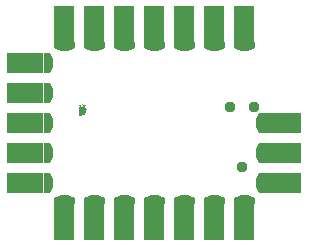
<source format=gbs>
G04 DipTrace 2.4.0.2*
%IN3dBBLEnotune.gbs*%
%MOMM*%
%ADD54C,0.95*%
%ADD71R,2.082X1.75*%
%ADD72R,1.75X2.05*%
%ADD73R,2.05X1.75*%
%ADD74R,1.65X1.75*%
%ADD76R,1.75X2.082*%
%ADD78R,1.75X1.65*%
%FSLAX53Y53*%
G04*
G71*
G90*
G75*
G01*
%LNBotMask*%
%LPD*%
D78*
X29050Y26510D3*
X26510D3*
X23970D3*
X21430D3*
X18890D3*
G36*
X25635Y25235D2*
Y25740D1*
X27385D1*
Y25235D1*
X26841Y24955D1*
X26179D1*
X25635Y25235D1*
G37*
G36*
X28175D2*
Y25740D1*
X29925D1*
Y25235D1*
X29381Y24955D1*
X28719D1*
X28175Y25235D1*
G37*
G36*
X23095D2*
Y25740D1*
X24845D1*
Y25235D1*
X24301Y24955D1*
X23639D1*
X23095Y25235D1*
G37*
G36*
X18015D2*
Y25740D1*
X19765D1*
Y25235D1*
X19221Y24955D1*
X18559D1*
X18015Y25235D1*
G37*
G36*
X20555D2*
Y25740D1*
X22305D1*
Y25235D1*
X21761Y24955D1*
X21099D1*
X20555Y25235D1*
G37*
D76*
X29050Y27780D3*
X26510D3*
X23970D3*
X21430D3*
X18890D3*
D74*
X11270Y16350D3*
G36*
X12545Y15475D2*
X12040D1*
Y17225D1*
X12545D1*
X12825Y16681D1*
Y16019D1*
X12545Y15475D1*
G37*
D73*
X10000Y16350D3*
D78*
X16350Y11270D3*
G36*
X17225Y12545D2*
Y12040D1*
X15475D1*
Y12545D1*
X16019Y12825D1*
X16681D1*
X17225Y12545D1*
G37*
D72*
X16350Y10000D3*
D78*
Y26510D3*
G36*
X15475Y25235D2*
Y25740D1*
X17225D1*
Y25235D1*
X16681Y24955D1*
X16019D1*
X15475Y25235D1*
G37*
D72*
X16350Y27780D3*
D78*
X13810Y26510D3*
G36*
X12935Y25235D2*
Y25740D1*
X14685D1*
Y25235D1*
X14141Y24955D1*
X13479D1*
X12935Y25235D1*
G37*
D72*
X13810Y27780D3*
D74*
X11270Y23970D3*
G36*
X12545Y23095D2*
X12040D1*
Y24845D1*
X12545D1*
X12825Y24301D1*
Y23639D1*
X12545Y23095D1*
G37*
D73*
X10000Y23970D3*
D74*
X11270Y21430D3*
G36*
X12545Y20555D2*
X12040D1*
Y22305D1*
X12545D1*
X12825Y21761D1*
Y21099D1*
X12545Y20555D1*
G37*
D73*
X10000Y21430D3*
D74*
X11270Y18890D3*
G36*
X12545Y18015D2*
X12040D1*
Y19765D1*
X12545D1*
X12825Y19221D1*
Y18559D1*
X12545Y18015D1*
G37*
D73*
X10000Y18890D3*
D74*
X31590Y13810D3*
Y16350D3*
Y18890D3*
G36*
X30315Y17225D2*
X30820D1*
Y15475D1*
X30315D1*
X30035Y16019D1*
Y16681D1*
X30315Y17225D1*
G37*
G36*
Y14685D2*
X30815D1*
Y12935D1*
X30315D1*
X30035Y13479D1*
Y14141D1*
X30315Y14685D1*
G37*
D71*
X32860Y13810D3*
G36*
X30315Y19765D2*
X30820D1*
Y18015D1*
X30315D1*
X30035Y18559D1*
Y19221D1*
X30315Y19765D1*
G37*
D71*
X32860Y16350D3*
Y18890D3*
D78*
X18890Y11270D3*
G36*
X19765Y12545D2*
Y12040D1*
X18015D1*
Y12545D1*
X18559Y12825D1*
X19221D1*
X19765Y12545D1*
G37*
D72*
X18890Y10000D3*
D74*
X11270Y13810D3*
G36*
X12545Y12935D2*
X12040D1*
Y14685D1*
X12545D1*
X12825Y14141D1*
Y13479D1*
X12545Y12935D1*
G37*
D73*
X10000Y13810D3*
D78*
X13810Y11270D3*
G36*
X14685Y12545D2*
Y12040D1*
X12935D1*
Y12545D1*
X13479Y12825D1*
X14141D1*
X14685Y12545D1*
G37*
D72*
X13810Y10000D3*
D78*
X21430Y11270D3*
G36*
X22305Y12545D2*
Y12040D1*
X20555D1*
Y12545D1*
X21099Y12825D1*
X21761D1*
X22305Y12545D1*
G37*
D72*
X21430Y10000D3*
D78*
X29050Y11270D3*
G36*
X29925Y12545D2*
Y12040D1*
X28175D1*
Y12545D1*
X28719Y12825D1*
X29381D1*
X29925Y12545D1*
G37*
D72*
X29050Y10000D3*
D78*
X26510Y11270D3*
G36*
X27385Y12545D2*
Y12040D1*
X25635D1*
Y12545D1*
X26179Y12825D1*
X26841D1*
X27385Y12545D1*
G37*
D72*
X26510Y10000D3*
D78*
X23970Y11270D3*
G36*
X24845Y12545D2*
Y12040D1*
X23095D1*
Y12545D1*
X23639Y12825D1*
X24301D1*
X24845Y12545D1*
G37*
D72*
X23970Y10000D3*
D54*
X28867Y15204D3*
X27851Y20284D3*
X29883D3*
G36*
X15043Y19445D2*
X15234Y19474D1*
X15381Y19534D1*
X15475Y19610D1*
X15551Y19686D1*
X15615Y19799D1*
X15640Y19864D1*
X15660Y19959D1*
X15670Y20010D1*
X15676Y20092D1*
X15653Y20157D1*
X15615Y20195D1*
X15589Y20221D1*
X15576Y20285D1*
X15582Y20310D1*
X15596Y20361D1*
X15627Y20388D1*
X15546Y20487D1*
X15469Y20437D1*
X15452D1*
X15416Y20526D1*
X15361Y20538D1*
X15259Y20548D1*
X15366Y20296D1*
Y20264D1*
X15358Y20221D1*
X15335Y20211D1*
X15284Y20231D1*
X15221Y20346D1*
X15150Y20518D1*
X15099Y20493D1*
X15045Y20429D1*
X15119Y20239D1*
X15081Y20245D1*
X15043D1*
Y19445D1*
G37*
M02*

</source>
